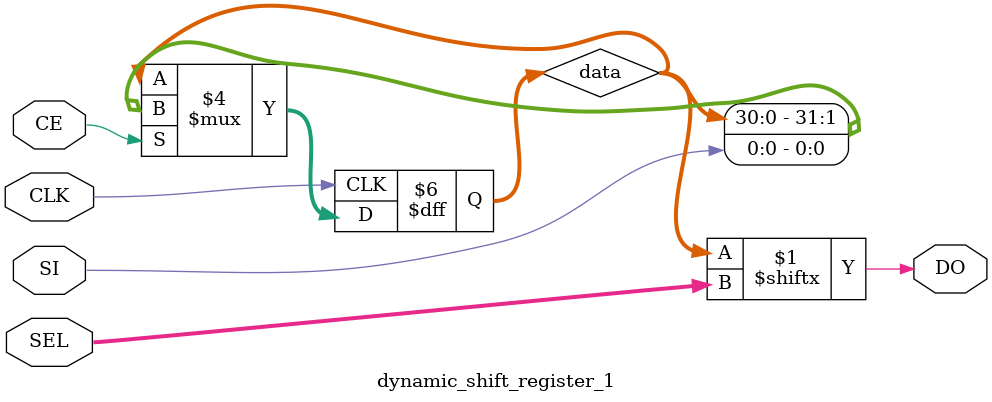
<source format=v>

(* top *)
module dynamic_shift_register_1 (CLK, CE, SEL, SI, DO);
parameter SELWIDTH = 5;
input CLK, CE, SI;
input [SELWIDTH-1:0] SEL;
output DO;
localparam DATAWIDTH = 2**SELWIDTH;
reg [DATAWIDTH-1:0] data;
assign DO = data[SEL];
always @(posedge CLK)
 begin
 if (CE == 1'b1)
 data <= {data[DATAWIDTH-2:0], SI};
 end
endmodule

`ifndef _AUTOTB
module __test ;
    wire [4095:0] assert_area = "cd dynamic_shift_register_1; select t:SRLC32E -assert-count 1; select t:SRLC32E %% %n t:* %i -assert-none";
endmodule
`endif

</source>
